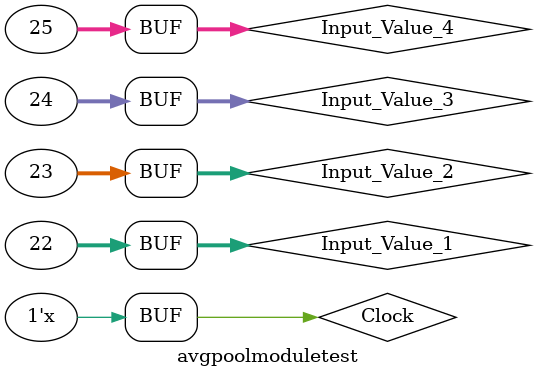
<source format=v>
`timescale 1ns / 1ps


module avgpoolmoduletest;

	// Inputs
	reg Clock;
	reg [31:0] Input_Value_1;
	reg [31:0] Input_Value_2;
	reg [31:0] Input_Value_3;
	reg [31:0] Input_Value_4;

	// Outputs
	wire [31:0] Output_Value;

	// Instantiate the Unit Under Test (UUT)
	avgpoolmodule uut (
		.Clock(Clock),
		.Input_Value_1(Input_Value_1), 
		.Input_Value_2(Input_Value_2), 
		.Input_Value_3(Input_Value_3), 
		.Input_Value_4(Input_Value_4), 
		.Output_Value(Output_Value)
	);

	initial begin
		// Initialize Inputs
		Clock = 0;
		Input_Value_1 = 0;
		Input_Value_2 = 0;
		Input_Value_3 = 0;
		Input_Value_4 = 0;

		// Wait 100 ns for global reset to finish
		#100;
      
		// Add stimulus here
		Input_Value_1 = 1;
		Input_Value_2 = 2;
		Input_Value_3 = 3;
		Input_Value_4 = 4;
		#100;
		Input_Value_1 = 5;
		Input_Value_2 = 6;
		Input_Value_3 = 7;
		Input_Value_4 = 8;
		#100;
		Input_Value_1 = 9;
		Input_Value_2 = 10;
		Input_Value_3 = 11;
		Input_Value_4 = 12;
		#100;
		Input_Value_1 = 014;
		Input_Value_2 = 015;
		Input_Value_3 = 016;
		Input_Value_4 = 017;
		#100;
		Input_Value_1 = 018;
		Input_Value_2 = 019;
		Input_Value_3 = 020;
		Input_Value_4 = 021;
		#100;
		Input_Value_1 = 022;
		Input_Value_2 = 023;
		Input_Value_3 = 024;
		Input_Value_4 = 025;
		#100;

	end
	
	always begin
	Clock = ~Clock;
	#50;
	end

endmodule


</source>
